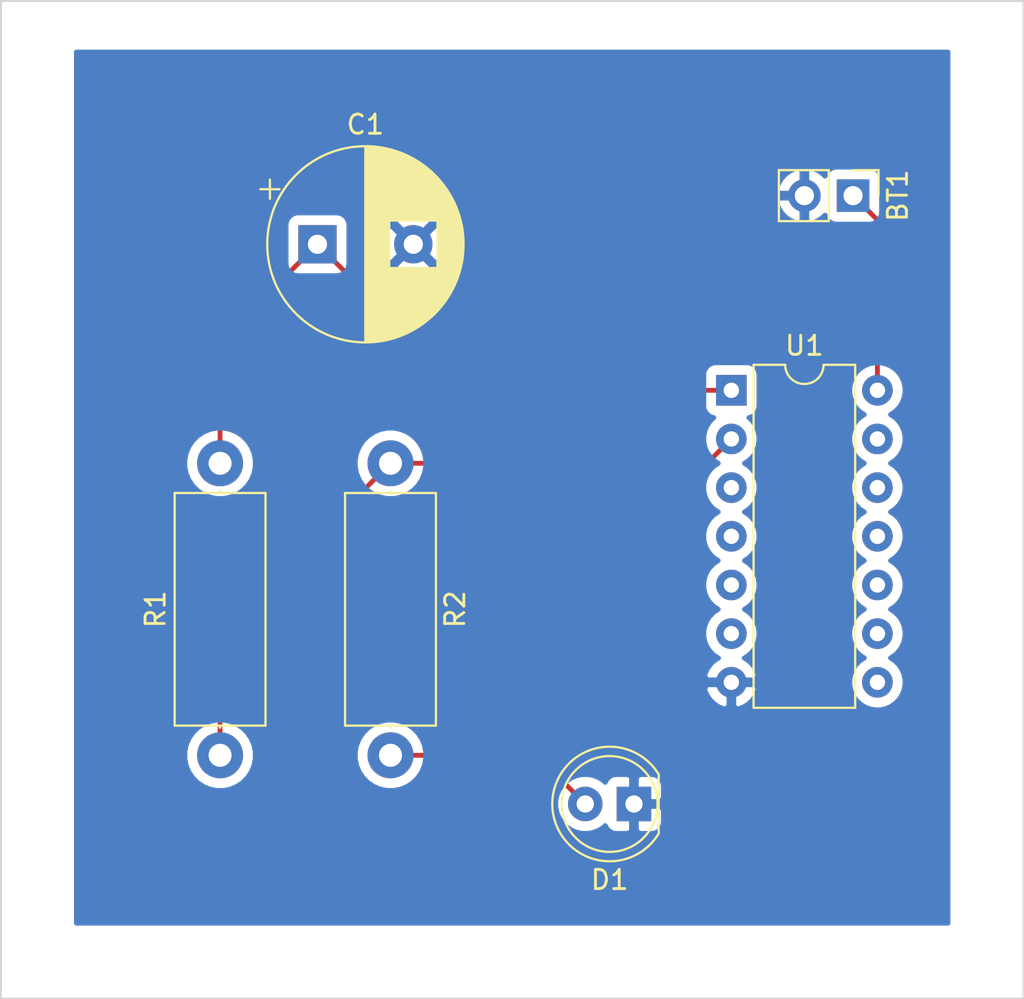
<source format=kicad_pcb>
(kicad_pcb (version 20171130) (host pcbnew "(5.1.9)-1")

  (general
    (thickness 1.6)
    (drawings 4)
    (tracks 12)
    (zones 0)
    (modules 6)
    (nets 6)
  )

  (page A4)
  (layers
    (0 F.Cu signal)
    (31 B.Cu signal)
    (32 B.Adhes user)
    (33 F.Adhes user)
    (34 B.Paste user)
    (35 F.Paste user)
    (36 B.SilkS user)
    (37 F.SilkS user)
    (38 B.Mask user)
    (39 F.Mask user)
    (40 Dwgs.User user)
    (41 Cmts.User user)
    (42 Eco1.User user)
    (43 Eco2.User user)
    (44 Edge.Cuts user)
    (45 Margin user)
    (46 B.CrtYd user)
    (47 F.CrtYd user)
    (48 B.Fab user)
    (49 F.Fab user)
  )

  (setup
    (last_trace_width 0.25)
    (trace_clearance 0.2)
    (zone_clearance 0.508)
    (zone_45_only no)
    (trace_min 0.2)
    (via_size 0.8)
    (via_drill 0.4)
    (via_min_size 0.4)
    (via_min_drill 0.3)
    (uvia_size 0.3)
    (uvia_drill 0.1)
    (uvias_allowed no)
    (uvia_min_size 0.2)
    (uvia_min_drill 0.1)
    (edge_width 0.05)
    (segment_width 0.2)
    (pcb_text_width 0.3)
    (pcb_text_size 1.5 1.5)
    (mod_edge_width 0.12)
    (mod_text_size 1 1)
    (mod_text_width 0.15)
    (pad_size 1.524 1.524)
    (pad_drill 0.762)
    (pad_to_mask_clearance 0)
    (aux_axis_origin 0 0)
    (visible_elements 7FFFFFFF)
    (pcbplotparams
      (layerselection 0x010fc_ffffffff)
      (usegerberextensions false)
      (usegerberattributes true)
      (usegerberadvancedattributes true)
      (creategerberjobfile true)
      (excludeedgelayer true)
      (linewidth 0.100000)
      (plotframeref false)
      (viasonmask false)
      (mode 1)
      (useauxorigin false)
      (hpglpennumber 1)
      (hpglpenspeed 20)
      (hpglpendiameter 15.000000)
      (psnegative false)
      (psa4output false)
      (plotreference true)
      (plotvalue true)
      (plotinvisibletext false)
      (padsonsilk false)
      (subtractmaskfromsilk false)
      (outputformat 1)
      (mirror false)
      (drillshape 1)
      (scaleselection 1)
      (outputdirectory ""))
  )

  (net 0 "")
  (net 1 "Net-(BT1-Pad1)")
  (net 2 "Net-(D1-Pad2)")
  (net 3 GND)
  (net 4 "Net-(C1-Pad1)")
  (net 5 "Net-(R1-Pad1)")

  (net_class Default "This is the default net class."
    (clearance 0.2)
    (trace_width 0.25)
    (via_dia 0.8)
    (via_drill 0.4)
    (uvia_dia 0.3)
    (uvia_drill 0.1)
    (add_net GND)
    (add_net "Net-(BT1-Pad1)")
    (add_net "Net-(C1-Pad1)")
    (add_net "Net-(D1-Pad2)")
    (add_net "Net-(R1-Pad1)")
  )

  (module Package_DIP:DIP-14_W7.62mm (layer F.Cu) (tedit 5A02E8C5) (tstamp 607BFBB9)
    (at 113.03 114.3)
    (descr "14-lead though-hole mounted DIP package, row spacing 7.62 mm (300 mils)")
    (tags "THT DIP DIL PDIP 2.54mm 7.62mm 300mil")
    (path /607C7A69)
    (fp_text reference U1 (at 3.81 -2.33) (layer F.SilkS)
      (effects (font (size 1 1) (thickness 0.15)))
    )
    (fp_text value 74HC14 (at 3.81 17.57) (layer F.Fab)
      (effects (font (size 1 1) (thickness 0.15)))
    )
    (fp_text user %R (at 3.81 7.62) (layer F.Fab)
      (effects (font (size 1 1) (thickness 0.15)))
    )
    (fp_arc (start 3.81 -1.33) (end 2.81 -1.33) (angle -180) (layer F.SilkS) (width 0.12))
    (fp_line (start 1.635 -1.27) (end 6.985 -1.27) (layer F.Fab) (width 0.1))
    (fp_line (start 6.985 -1.27) (end 6.985 16.51) (layer F.Fab) (width 0.1))
    (fp_line (start 6.985 16.51) (end 0.635 16.51) (layer F.Fab) (width 0.1))
    (fp_line (start 0.635 16.51) (end 0.635 -0.27) (layer F.Fab) (width 0.1))
    (fp_line (start 0.635 -0.27) (end 1.635 -1.27) (layer F.Fab) (width 0.1))
    (fp_line (start 2.81 -1.33) (end 1.16 -1.33) (layer F.SilkS) (width 0.12))
    (fp_line (start 1.16 -1.33) (end 1.16 16.57) (layer F.SilkS) (width 0.12))
    (fp_line (start 1.16 16.57) (end 6.46 16.57) (layer F.SilkS) (width 0.12))
    (fp_line (start 6.46 16.57) (end 6.46 -1.33) (layer F.SilkS) (width 0.12))
    (fp_line (start 6.46 -1.33) (end 4.81 -1.33) (layer F.SilkS) (width 0.12))
    (fp_line (start -1.1 -1.55) (end -1.1 16.8) (layer F.CrtYd) (width 0.05))
    (fp_line (start -1.1 16.8) (end 8.7 16.8) (layer F.CrtYd) (width 0.05))
    (fp_line (start 8.7 16.8) (end 8.7 -1.55) (layer F.CrtYd) (width 0.05))
    (fp_line (start 8.7 -1.55) (end -1.1 -1.55) (layer F.CrtYd) (width 0.05))
    (pad 14 thru_hole oval (at 7.62 0) (size 1.6 1.6) (drill 0.8) (layers *.Cu *.Mask)
      (net 1 "Net-(BT1-Pad1)"))
    (pad 7 thru_hole oval (at 0 15.24) (size 1.6 1.6) (drill 0.8) (layers *.Cu *.Mask)
      (net 3 GND))
    (pad 13 thru_hole oval (at 7.62 2.54) (size 1.6 1.6) (drill 0.8) (layers *.Cu *.Mask))
    (pad 6 thru_hole oval (at 0 12.7) (size 1.6 1.6) (drill 0.8) (layers *.Cu *.Mask))
    (pad 12 thru_hole oval (at 7.62 5.08) (size 1.6 1.6) (drill 0.8) (layers *.Cu *.Mask))
    (pad 5 thru_hole oval (at 0 10.16) (size 1.6 1.6) (drill 0.8) (layers *.Cu *.Mask))
    (pad 11 thru_hole oval (at 7.62 7.62) (size 1.6 1.6) (drill 0.8) (layers *.Cu *.Mask))
    (pad 4 thru_hole oval (at 0 7.62) (size 1.6 1.6) (drill 0.8) (layers *.Cu *.Mask))
    (pad 10 thru_hole oval (at 7.62 10.16) (size 1.6 1.6) (drill 0.8) (layers *.Cu *.Mask))
    (pad 3 thru_hole oval (at 0 5.08) (size 1.6 1.6) (drill 0.8) (layers *.Cu *.Mask))
    (pad 9 thru_hole oval (at 7.62 12.7) (size 1.6 1.6) (drill 0.8) (layers *.Cu *.Mask))
    (pad 2 thru_hole oval (at 0 2.54) (size 1.6 1.6) (drill 0.8) (layers *.Cu *.Mask)
      (net 5 "Net-(R1-Pad1)"))
    (pad 8 thru_hole oval (at 7.62 15.24) (size 1.6 1.6) (drill 0.8) (layers *.Cu *.Mask))
    (pad 1 thru_hole rect (at 0 0) (size 1.6 1.6) (drill 0.8) (layers *.Cu *.Mask)
      (net 4 "Net-(C1-Pad1)"))
    (model ${KISYS3DMOD}/Package_DIP.3dshapes/DIP-14_W7.62mm.wrl
      (at (xyz 0 0 0))
      (scale (xyz 1 1 1))
      (rotate (xyz 0 0 0))
    )
  )

  (module Resistor_THT:R_Axial_DIN0414_L11.9mm_D4.5mm_P15.24mm_Horizontal (layer F.Cu) (tedit 5AE5139B) (tstamp 607BFB97)
    (at 95.25 118.11 270)
    (descr "Resistor, Axial_DIN0414 series, Axial, Horizontal, pin pitch=15.24mm, 2W, length*diameter=11.9*4.5mm^2, http://www.vishay.com/docs/20128/wkxwrx.pdf")
    (tags "Resistor Axial_DIN0414 series Axial Horizontal pin pitch 15.24mm 2W length 11.9mm diameter 4.5mm")
    (path /607CA5B1)
    (fp_text reference R2 (at 7.62 -3.37 90) (layer F.SilkS)
      (effects (font (size 1 1) (thickness 0.15)))
    )
    (fp_text value 470 (at 7.62 3.37 90) (layer F.Fab)
      (effects (font (size 1 1) (thickness 0.15)))
    )
    (fp_text user %R (at 7.62 0 90) (layer F.Fab)
      (effects (font (size 1 1) (thickness 0.15)))
    )
    (fp_line (start 1.67 -2.25) (end 1.67 2.25) (layer F.Fab) (width 0.1))
    (fp_line (start 1.67 2.25) (end 13.57 2.25) (layer F.Fab) (width 0.1))
    (fp_line (start 13.57 2.25) (end 13.57 -2.25) (layer F.Fab) (width 0.1))
    (fp_line (start 13.57 -2.25) (end 1.67 -2.25) (layer F.Fab) (width 0.1))
    (fp_line (start 0 0) (end 1.67 0) (layer F.Fab) (width 0.1))
    (fp_line (start 15.24 0) (end 13.57 0) (layer F.Fab) (width 0.1))
    (fp_line (start 1.55 -2.37) (end 1.55 2.37) (layer F.SilkS) (width 0.12))
    (fp_line (start 1.55 2.37) (end 13.69 2.37) (layer F.SilkS) (width 0.12))
    (fp_line (start 13.69 2.37) (end 13.69 -2.37) (layer F.SilkS) (width 0.12))
    (fp_line (start 13.69 -2.37) (end 1.55 -2.37) (layer F.SilkS) (width 0.12))
    (fp_line (start 1.44 0) (end 1.55 0) (layer F.SilkS) (width 0.12))
    (fp_line (start 13.8 0) (end 13.69 0) (layer F.SilkS) (width 0.12))
    (fp_line (start -1.45 -2.5) (end -1.45 2.5) (layer F.CrtYd) (width 0.05))
    (fp_line (start -1.45 2.5) (end 16.69 2.5) (layer F.CrtYd) (width 0.05))
    (fp_line (start 16.69 2.5) (end 16.69 -2.5) (layer F.CrtYd) (width 0.05))
    (fp_line (start 16.69 -2.5) (end -1.45 -2.5) (layer F.CrtYd) (width 0.05))
    (pad 2 thru_hole oval (at 15.24 0 270) (size 2.4 2.4) (drill 1.2) (layers *.Cu *.Mask)
      (net 2 "Net-(D1-Pad2)"))
    (pad 1 thru_hole circle (at 0 0 270) (size 2.4 2.4) (drill 1.2) (layers *.Cu *.Mask)
      (net 5 "Net-(R1-Pad1)"))
    (model ${KISYS3DMOD}/Resistor_THT.3dshapes/R_Axial_DIN0414_L11.9mm_D4.5mm_P15.24mm_Horizontal.wrl
      (at (xyz 0 0 0))
      (scale (xyz 1 1 1))
      (rotate (xyz 0 0 0))
    )
  )

  (module Resistor_THT:R_Axial_DIN0414_L11.9mm_D4.5mm_P15.24mm_Horizontal (layer F.Cu) (tedit 5AE5139B) (tstamp 607BFB80)
    (at 86.36 133.35 90)
    (descr "Resistor, Axial_DIN0414 series, Axial, Horizontal, pin pitch=15.24mm, 2W, length*diameter=11.9*4.5mm^2, http://www.vishay.com/docs/20128/wkxwrx.pdf")
    (tags "Resistor Axial_DIN0414 series Axial Horizontal pin pitch 15.24mm 2W length 11.9mm diameter 4.5mm")
    (path /607C9D4C)
    (fp_text reference R1 (at 7.62 -3.37 90) (layer F.SilkS)
      (effects (font (size 1 1) (thickness 0.15)))
    )
    (fp_text value 10K (at 7.62 3.37 90) (layer F.Fab)
      (effects (font (size 1 1) (thickness 0.15)))
    )
    (fp_text user %R (at 7.62 0 90) (layer F.Fab)
      (effects (font (size 1 1) (thickness 0.15)))
    )
    (fp_line (start 1.67 -2.25) (end 1.67 2.25) (layer F.Fab) (width 0.1))
    (fp_line (start 1.67 2.25) (end 13.57 2.25) (layer F.Fab) (width 0.1))
    (fp_line (start 13.57 2.25) (end 13.57 -2.25) (layer F.Fab) (width 0.1))
    (fp_line (start 13.57 -2.25) (end 1.67 -2.25) (layer F.Fab) (width 0.1))
    (fp_line (start 0 0) (end 1.67 0) (layer F.Fab) (width 0.1))
    (fp_line (start 15.24 0) (end 13.57 0) (layer F.Fab) (width 0.1))
    (fp_line (start 1.55 -2.37) (end 1.55 2.37) (layer F.SilkS) (width 0.12))
    (fp_line (start 1.55 2.37) (end 13.69 2.37) (layer F.SilkS) (width 0.12))
    (fp_line (start 13.69 2.37) (end 13.69 -2.37) (layer F.SilkS) (width 0.12))
    (fp_line (start 13.69 -2.37) (end 1.55 -2.37) (layer F.SilkS) (width 0.12))
    (fp_line (start 1.44 0) (end 1.55 0) (layer F.SilkS) (width 0.12))
    (fp_line (start 13.8 0) (end 13.69 0) (layer F.SilkS) (width 0.12))
    (fp_line (start -1.45 -2.5) (end -1.45 2.5) (layer F.CrtYd) (width 0.05))
    (fp_line (start -1.45 2.5) (end 16.69 2.5) (layer F.CrtYd) (width 0.05))
    (fp_line (start 16.69 2.5) (end 16.69 -2.5) (layer F.CrtYd) (width 0.05))
    (fp_line (start 16.69 -2.5) (end -1.45 -2.5) (layer F.CrtYd) (width 0.05))
    (pad 2 thru_hole oval (at 15.24 0 90) (size 2.4 2.4) (drill 1.2) (layers *.Cu *.Mask)
      (net 4 "Net-(C1-Pad1)"))
    (pad 1 thru_hole circle (at 0 0 90) (size 2.4 2.4) (drill 1.2) (layers *.Cu *.Mask)
      (net 5 "Net-(R1-Pad1)"))
    (model ${KISYS3DMOD}/Resistor_THT.3dshapes/R_Axial_DIN0414_L11.9mm_D4.5mm_P15.24mm_Horizontal.wrl
      (at (xyz 0 0 0))
      (scale (xyz 1 1 1))
      (rotate (xyz 0 0 0))
    )
  )

  (module LED_THT:LED_D5.0mm (layer F.Cu) (tedit 5995936A) (tstamp 607BFB69)
    (at 107.95 135.89 180)
    (descr "LED, diameter 5.0mm, 2 pins, http://cdn-reichelt.de/documents/datenblatt/A500/LL-504BC2E-009.pdf")
    (tags "LED diameter 5.0mm 2 pins")
    (path /607CADBB)
    (fp_text reference D1 (at 1.27 -3.96) (layer F.SilkS)
      (effects (font (size 1 1) (thickness 0.15)))
    )
    (fp_text value LED (at 1.27 3.96) (layer F.Fab)
      (effects (font (size 1 1) (thickness 0.15)))
    )
    (fp_text user %R (at 1.25 0) (layer F.Fab)
      (effects (font (size 0.8 0.8) (thickness 0.2)))
    )
    (fp_arc (start 1.27 0) (end -1.29 1.54483) (angle -148.9) (layer F.SilkS) (width 0.12))
    (fp_arc (start 1.27 0) (end -1.29 -1.54483) (angle 148.9) (layer F.SilkS) (width 0.12))
    (fp_arc (start 1.27 0) (end -1.23 -1.469694) (angle 299.1) (layer F.Fab) (width 0.1))
    (fp_circle (center 1.27 0) (end 3.77 0) (layer F.Fab) (width 0.1))
    (fp_circle (center 1.27 0) (end 3.77 0) (layer F.SilkS) (width 0.12))
    (fp_line (start -1.23 -1.469694) (end -1.23 1.469694) (layer F.Fab) (width 0.1))
    (fp_line (start -1.29 -1.545) (end -1.29 1.545) (layer F.SilkS) (width 0.12))
    (fp_line (start -1.95 -3.25) (end -1.95 3.25) (layer F.CrtYd) (width 0.05))
    (fp_line (start -1.95 3.25) (end 4.5 3.25) (layer F.CrtYd) (width 0.05))
    (fp_line (start 4.5 3.25) (end 4.5 -3.25) (layer F.CrtYd) (width 0.05))
    (fp_line (start 4.5 -3.25) (end -1.95 -3.25) (layer F.CrtYd) (width 0.05))
    (pad 2 thru_hole circle (at 2.54 0 180) (size 1.8 1.8) (drill 0.9) (layers *.Cu *.Mask)
      (net 2 "Net-(D1-Pad2)"))
    (pad 1 thru_hole rect (at 0 0 180) (size 1.8 1.8) (drill 0.9) (layers *.Cu *.Mask)
      (net 3 GND))
    (model ${KISYS3DMOD}/LED_THT.3dshapes/LED_D5.0mm.wrl
      (at (xyz 0 0 0))
      (scale (xyz 1 1 1))
      (rotate (xyz 0 0 0))
    )
  )

  (module Capacitor_THT:CP_Radial_D10.0mm_P5.00mm (layer F.Cu) (tedit 5AE50EF1) (tstamp 607BFB57)
    (at 91.44 106.68)
    (descr "CP, Radial series, Radial, pin pitch=5.00mm, , diameter=10mm, Electrolytic Capacitor")
    (tags "CP Radial series Radial pin pitch 5.00mm  diameter 10mm Electrolytic Capacitor")
    (path /607CBA90)
    (fp_text reference C1 (at 2.5 -6.25) (layer F.SilkS)
      (effects (font (size 1 1) (thickness 0.15)))
    )
    (fp_text value 100µ (at 2.5 6.25) (layer F.Fab)
      (effects (font (size 1 1) (thickness 0.15)))
    )
    (fp_text user %R (at 2.5 0) (layer F.Fab)
      (effects (font (size 1 1) (thickness 0.15)))
    )
    (fp_circle (center 2.5 0) (end 7.5 0) (layer F.Fab) (width 0.1))
    (fp_circle (center 2.5 0) (end 7.62 0) (layer F.SilkS) (width 0.12))
    (fp_circle (center 2.5 0) (end 7.75 0) (layer F.CrtYd) (width 0.05))
    (fp_line (start -1.788861 -2.1875) (end -0.788861 -2.1875) (layer F.Fab) (width 0.1))
    (fp_line (start -1.288861 -2.6875) (end -1.288861 -1.6875) (layer F.Fab) (width 0.1))
    (fp_line (start 2.5 -5.08) (end 2.5 5.08) (layer F.SilkS) (width 0.12))
    (fp_line (start 2.54 -5.08) (end 2.54 5.08) (layer F.SilkS) (width 0.12))
    (fp_line (start 2.58 -5.08) (end 2.58 5.08) (layer F.SilkS) (width 0.12))
    (fp_line (start 2.62 -5.079) (end 2.62 5.079) (layer F.SilkS) (width 0.12))
    (fp_line (start 2.66 -5.078) (end 2.66 5.078) (layer F.SilkS) (width 0.12))
    (fp_line (start 2.7 -5.077) (end 2.7 5.077) (layer F.SilkS) (width 0.12))
    (fp_line (start 2.74 -5.075) (end 2.74 5.075) (layer F.SilkS) (width 0.12))
    (fp_line (start 2.78 -5.073) (end 2.78 5.073) (layer F.SilkS) (width 0.12))
    (fp_line (start 2.82 -5.07) (end 2.82 5.07) (layer F.SilkS) (width 0.12))
    (fp_line (start 2.86 -5.068) (end 2.86 5.068) (layer F.SilkS) (width 0.12))
    (fp_line (start 2.9 -5.065) (end 2.9 5.065) (layer F.SilkS) (width 0.12))
    (fp_line (start 2.94 -5.062) (end 2.94 5.062) (layer F.SilkS) (width 0.12))
    (fp_line (start 2.98 -5.058) (end 2.98 5.058) (layer F.SilkS) (width 0.12))
    (fp_line (start 3.02 -5.054) (end 3.02 5.054) (layer F.SilkS) (width 0.12))
    (fp_line (start 3.06 -5.05) (end 3.06 5.05) (layer F.SilkS) (width 0.12))
    (fp_line (start 3.1 -5.045) (end 3.1 5.045) (layer F.SilkS) (width 0.12))
    (fp_line (start 3.14 -5.04) (end 3.14 5.04) (layer F.SilkS) (width 0.12))
    (fp_line (start 3.18 -5.035) (end 3.18 5.035) (layer F.SilkS) (width 0.12))
    (fp_line (start 3.221 -5.03) (end 3.221 5.03) (layer F.SilkS) (width 0.12))
    (fp_line (start 3.261 -5.024) (end 3.261 5.024) (layer F.SilkS) (width 0.12))
    (fp_line (start 3.301 -5.018) (end 3.301 5.018) (layer F.SilkS) (width 0.12))
    (fp_line (start 3.341 -5.011) (end 3.341 5.011) (layer F.SilkS) (width 0.12))
    (fp_line (start 3.381 -5.004) (end 3.381 5.004) (layer F.SilkS) (width 0.12))
    (fp_line (start 3.421 -4.997) (end 3.421 4.997) (layer F.SilkS) (width 0.12))
    (fp_line (start 3.461 -4.99) (end 3.461 4.99) (layer F.SilkS) (width 0.12))
    (fp_line (start 3.501 -4.982) (end 3.501 4.982) (layer F.SilkS) (width 0.12))
    (fp_line (start 3.541 -4.974) (end 3.541 4.974) (layer F.SilkS) (width 0.12))
    (fp_line (start 3.581 -4.965) (end 3.581 4.965) (layer F.SilkS) (width 0.12))
    (fp_line (start 3.621 -4.956) (end 3.621 4.956) (layer F.SilkS) (width 0.12))
    (fp_line (start 3.661 -4.947) (end 3.661 4.947) (layer F.SilkS) (width 0.12))
    (fp_line (start 3.701 -4.938) (end 3.701 4.938) (layer F.SilkS) (width 0.12))
    (fp_line (start 3.741 -4.928) (end 3.741 4.928) (layer F.SilkS) (width 0.12))
    (fp_line (start 3.781 -4.918) (end 3.781 -1.241) (layer F.SilkS) (width 0.12))
    (fp_line (start 3.781 1.241) (end 3.781 4.918) (layer F.SilkS) (width 0.12))
    (fp_line (start 3.821 -4.907) (end 3.821 -1.241) (layer F.SilkS) (width 0.12))
    (fp_line (start 3.821 1.241) (end 3.821 4.907) (layer F.SilkS) (width 0.12))
    (fp_line (start 3.861 -4.897) (end 3.861 -1.241) (layer F.SilkS) (width 0.12))
    (fp_line (start 3.861 1.241) (end 3.861 4.897) (layer F.SilkS) (width 0.12))
    (fp_line (start 3.901 -4.885) (end 3.901 -1.241) (layer F.SilkS) (width 0.12))
    (fp_line (start 3.901 1.241) (end 3.901 4.885) (layer F.SilkS) (width 0.12))
    (fp_line (start 3.941 -4.874) (end 3.941 -1.241) (layer F.SilkS) (width 0.12))
    (fp_line (start 3.941 1.241) (end 3.941 4.874) (layer F.SilkS) (width 0.12))
    (fp_line (start 3.981 -4.862) (end 3.981 -1.241) (layer F.SilkS) (width 0.12))
    (fp_line (start 3.981 1.241) (end 3.981 4.862) (layer F.SilkS) (width 0.12))
    (fp_line (start 4.021 -4.85) (end 4.021 -1.241) (layer F.SilkS) (width 0.12))
    (fp_line (start 4.021 1.241) (end 4.021 4.85) (layer F.SilkS) (width 0.12))
    (fp_line (start 4.061 -4.837) (end 4.061 -1.241) (layer F.SilkS) (width 0.12))
    (fp_line (start 4.061 1.241) (end 4.061 4.837) (layer F.SilkS) (width 0.12))
    (fp_line (start 4.101 -4.824) (end 4.101 -1.241) (layer F.SilkS) (width 0.12))
    (fp_line (start 4.101 1.241) (end 4.101 4.824) (layer F.SilkS) (width 0.12))
    (fp_line (start 4.141 -4.811) (end 4.141 -1.241) (layer F.SilkS) (width 0.12))
    (fp_line (start 4.141 1.241) (end 4.141 4.811) (layer F.SilkS) (width 0.12))
    (fp_line (start 4.181 -4.797) (end 4.181 -1.241) (layer F.SilkS) (width 0.12))
    (fp_line (start 4.181 1.241) (end 4.181 4.797) (layer F.SilkS) (width 0.12))
    (fp_line (start 4.221 -4.783) (end 4.221 -1.241) (layer F.SilkS) (width 0.12))
    (fp_line (start 4.221 1.241) (end 4.221 4.783) (layer F.SilkS) (width 0.12))
    (fp_line (start 4.261 -4.768) (end 4.261 -1.241) (layer F.SilkS) (width 0.12))
    (fp_line (start 4.261 1.241) (end 4.261 4.768) (layer F.SilkS) (width 0.12))
    (fp_line (start 4.301 -4.754) (end 4.301 -1.241) (layer F.SilkS) (width 0.12))
    (fp_line (start 4.301 1.241) (end 4.301 4.754) (layer F.SilkS) (width 0.12))
    (fp_line (start 4.341 -4.738) (end 4.341 -1.241) (layer F.SilkS) (width 0.12))
    (fp_line (start 4.341 1.241) (end 4.341 4.738) (layer F.SilkS) (width 0.12))
    (fp_line (start 4.381 -4.723) (end 4.381 -1.241) (layer F.SilkS) (width 0.12))
    (fp_line (start 4.381 1.241) (end 4.381 4.723) (layer F.SilkS) (width 0.12))
    (fp_line (start 4.421 -4.707) (end 4.421 -1.241) (layer F.SilkS) (width 0.12))
    (fp_line (start 4.421 1.241) (end 4.421 4.707) (layer F.SilkS) (width 0.12))
    (fp_line (start 4.461 -4.69) (end 4.461 -1.241) (layer F.SilkS) (width 0.12))
    (fp_line (start 4.461 1.241) (end 4.461 4.69) (layer F.SilkS) (width 0.12))
    (fp_line (start 4.501 -4.674) (end 4.501 -1.241) (layer F.SilkS) (width 0.12))
    (fp_line (start 4.501 1.241) (end 4.501 4.674) (layer F.SilkS) (width 0.12))
    (fp_line (start 4.541 -4.657) (end 4.541 -1.241) (layer F.SilkS) (width 0.12))
    (fp_line (start 4.541 1.241) (end 4.541 4.657) (layer F.SilkS) (width 0.12))
    (fp_line (start 4.581 -4.639) (end 4.581 -1.241) (layer F.SilkS) (width 0.12))
    (fp_line (start 4.581 1.241) (end 4.581 4.639) (layer F.SilkS) (width 0.12))
    (fp_line (start 4.621 -4.621) (end 4.621 -1.241) (layer F.SilkS) (width 0.12))
    (fp_line (start 4.621 1.241) (end 4.621 4.621) (layer F.SilkS) (width 0.12))
    (fp_line (start 4.661 -4.603) (end 4.661 -1.241) (layer F.SilkS) (width 0.12))
    (fp_line (start 4.661 1.241) (end 4.661 4.603) (layer F.SilkS) (width 0.12))
    (fp_line (start 4.701 -4.584) (end 4.701 -1.241) (layer F.SilkS) (width 0.12))
    (fp_line (start 4.701 1.241) (end 4.701 4.584) (layer F.SilkS) (width 0.12))
    (fp_line (start 4.741 -4.564) (end 4.741 -1.241) (layer F.SilkS) (width 0.12))
    (fp_line (start 4.741 1.241) (end 4.741 4.564) (layer F.SilkS) (width 0.12))
    (fp_line (start 4.781 -4.545) (end 4.781 -1.241) (layer F.SilkS) (width 0.12))
    (fp_line (start 4.781 1.241) (end 4.781 4.545) (layer F.SilkS) (width 0.12))
    (fp_line (start 4.821 -4.525) (end 4.821 -1.241) (layer F.SilkS) (width 0.12))
    (fp_line (start 4.821 1.241) (end 4.821 4.525) (layer F.SilkS) (width 0.12))
    (fp_line (start 4.861 -4.504) (end 4.861 -1.241) (layer F.SilkS) (width 0.12))
    (fp_line (start 4.861 1.241) (end 4.861 4.504) (layer F.SilkS) (width 0.12))
    (fp_line (start 4.901 -4.483) (end 4.901 -1.241) (layer F.SilkS) (width 0.12))
    (fp_line (start 4.901 1.241) (end 4.901 4.483) (layer F.SilkS) (width 0.12))
    (fp_line (start 4.941 -4.462) (end 4.941 -1.241) (layer F.SilkS) (width 0.12))
    (fp_line (start 4.941 1.241) (end 4.941 4.462) (layer F.SilkS) (width 0.12))
    (fp_line (start 4.981 -4.44) (end 4.981 -1.241) (layer F.SilkS) (width 0.12))
    (fp_line (start 4.981 1.241) (end 4.981 4.44) (layer F.SilkS) (width 0.12))
    (fp_line (start 5.021 -4.417) (end 5.021 -1.241) (layer F.SilkS) (width 0.12))
    (fp_line (start 5.021 1.241) (end 5.021 4.417) (layer F.SilkS) (width 0.12))
    (fp_line (start 5.061 -4.395) (end 5.061 -1.241) (layer F.SilkS) (width 0.12))
    (fp_line (start 5.061 1.241) (end 5.061 4.395) (layer F.SilkS) (width 0.12))
    (fp_line (start 5.101 -4.371) (end 5.101 -1.241) (layer F.SilkS) (width 0.12))
    (fp_line (start 5.101 1.241) (end 5.101 4.371) (layer F.SilkS) (width 0.12))
    (fp_line (start 5.141 -4.347) (end 5.141 -1.241) (layer F.SilkS) (width 0.12))
    (fp_line (start 5.141 1.241) (end 5.141 4.347) (layer F.SilkS) (width 0.12))
    (fp_line (start 5.181 -4.323) (end 5.181 -1.241) (layer F.SilkS) (width 0.12))
    (fp_line (start 5.181 1.241) (end 5.181 4.323) (layer F.SilkS) (width 0.12))
    (fp_line (start 5.221 -4.298) (end 5.221 -1.241) (layer F.SilkS) (width 0.12))
    (fp_line (start 5.221 1.241) (end 5.221 4.298) (layer F.SilkS) (width 0.12))
    (fp_line (start 5.261 -4.273) (end 5.261 -1.241) (layer F.SilkS) (width 0.12))
    (fp_line (start 5.261 1.241) (end 5.261 4.273) (layer F.SilkS) (width 0.12))
    (fp_line (start 5.301 -4.247) (end 5.301 -1.241) (layer F.SilkS) (width 0.12))
    (fp_line (start 5.301 1.241) (end 5.301 4.247) (layer F.SilkS) (width 0.12))
    (fp_line (start 5.341 -4.221) (end 5.341 -1.241) (layer F.SilkS) (width 0.12))
    (fp_line (start 5.341 1.241) (end 5.341 4.221) (layer F.SilkS) (width 0.12))
    (fp_line (start 5.381 -4.194) (end 5.381 -1.241) (layer F.SilkS) (width 0.12))
    (fp_line (start 5.381 1.241) (end 5.381 4.194) (layer F.SilkS) (width 0.12))
    (fp_line (start 5.421 -4.166) (end 5.421 -1.241) (layer F.SilkS) (width 0.12))
    (fp_line (start 5.421 1.241) (end 5.421 4.166) (layer F.SilkS) (width 0.12))
    (fp_line (start 5.461 -4.138) (end 5.461 -1.241) (layer F.SilkS) (width 0.12))
    (fp_line (start 5.461 1.241) (end 5.461 4.138) (layer F.SilkS) (width 0.12))
    (fp_line (start 5.501 -4.11) (end 5.501 -1.241) (layer F.SilkS) (width 0.12))
    (fp_line (start 5.501 1.241) (end 5.501 4.11) (layer F.SilkS) (width 0.12))
    (fp_line (start 5.541 -4.08) (end 5.541 -1.241) (layer F.SilkS) (width 0.12))
    (fp_line (start 5.541 1.241) (end 5.541 4.08) (layer F.SilkS) (width 0.12))
    (fp_line (start 5.581 -4.05) (end 5.581 -1.241) (layer F.SilkS) (width 0.12))
    (fp_line (start 5.581 1.241) (end 5.581 4.05) (layer F.SilkS) (width 0.12))
    (fp_line (start 5.621 -4.02) (end 5.621 -1.241) (layer F.SilkS) (width 0.12))
    (fp_line (start 5.621 1.241) (end 5.621 4.02) (layer F.SilkS) (width 0.12))
    (fp_line (start 5.661 -3.989) (end 5.661 -1.241) (layer F.SilkS) (width 0.12))
    (fp_line (start 5.661 1.241) (end 5.661 3.989) (layer F.SilkS) (width 0.12))
    (fp_line (start 5.701 -3.957) (end 5.701 -1.241) (layer F.SilkS) (width 0.12))
    (fp_line (start 5.701 1.241) (end 5.701 3.957) (layer F.SilkS) (width 0.12))
    (fp_line (start 5.741 -3.925) (end 5.741 -1.241) (layer F.SilkS) (width 0.12))
    (fp_line (start 5.741 1.241) (end 5.741 3.925) (layer F.SilkS) (width 0.12))
    (fp_line (start 5.781 -3.892) (end 5.781 -1.241) (layer F.SilkS) (width 0.12))
    (fp_line (start 5.781 1.241) (end 5.781 3.892) (layer F.SilkS) (width 0.12))
    (fp_line (start 5.821 -3.858) (end 5.821 -1.241) (layer F.SilkS) (width 0.12))
    (fp_line (start 5.821 1.241) (end 5.821 3.858) (layer F.SilkS) (width 0.12))
    (fp_line (start 5.861 -3.824) (end 5.861 -1.241) (layer F.SilkS) (width 0.12))
    (fp_line (start 5.861 1.241) (end 5.861 3.824) (layer F.SilkS) (width 0.12))
    (fp_line (start 5.901 -3.789) (end 5.901 -1.241) (layer F.SilkS) (width 0.12))
    (fp_line (start 5.901 1.241) (end 5.901 3.789) (layer F.SilkS) (width 0.12))
    (fp_line (start 5.941 -3.753) (end 5.941 -1.241) (layer F.SilkS) (width 0.12))
    (fp_line (start 5.941 1.241) (end 5.941 3.753) (layer F.SilkS) (width 0.12))
    (fp_line (start 5.981 -3.716) (end 5.981 -1.241) (layer F.SilkS) (width 0.12))
    (fp_line (start 5.981 1.241) (end 5.981 3.716) (layer F.SilkS) (width 0.12))
    (fp_line (start 6.021 -3.679) (end 6.021 -1.241) (layer F.SilkS) (width 0.12))
    (fp_line (start 6.021 1.241) (end 6.021 3.679) (layer F.SilkS) (width 0.12))
    (fp_line (start 6.061 -3.64) (end 6.061 -1.241) (layer F.SilkS) (width 0.12))
    (fp_line (start 6.061 1.241) (end 6.061 3.64) (layer F.SilkS) (width 0.12))
    (fp_line (start 6.101 -3.601) (end 6.101 -1.241) (layer F.SilkS) (width 0.12))
    (fp_line (start 6.101 1.241) (end 6.101 3.601) (layer F.SilkS) (width 0.12))
    (fp_line (start 6.141 -3.561) (end 6.141 -1.241) (layer F.SilkS) (width 0.12))
    (fp_line (start 6.141 1.241) (end 6.141 3.561) (layer F.SilkS) (width 0.12))
    (fp_line (start 6.181 -3.52) (end 6.181 -1.241) (layer F.SilkS) (width 0.12))
    (fp_line (start 6.181 1.241) (end 6.181 3.52) (layer F.SilkS) (width 0.12))
    (fp_line (start 6.221 -3.478) (end 6.221 -1.241) (layer F.SilkS) (width 0.12))
    (fp_line (start 6.221 1.241) (end 6.221 3.478) (layer F.SilkS) (width 0.12))
    (fp_line (start 6.261 -3.436) (end 6.261 3.436) (layer F.SilkS) (width 0.12))
    (fp_line (start 6.301 -3.392) (end 6.301 3.392) (layer F.SilkS) (width 0.12))
    (fp_line (start 6.341 -3.347) (end 6.341 3.347) (layer F.SilkS) (width 0.12))
    (fp_line (start 6.381 -3.301) (end 6.381 3.301) (layer F.SilkS) (width 0.12))
    (fp_line (start 6.421 -3.254) (end 6.421 3.254) (layer F.SilkS) (width 0.12))
    (fp_line (start 6.461 -3.206) (end 6.461 3.206) (layer F.SilkS) (width 0.12))
    (fp_line (start 6.501 -3.156) (end 6.501 3.156) (layer F.SilkS) (width 0.12))
    (fp_line (start 6.541 -3.106) (end 6.541 3.106) (layer F.SilkS) (width 0.12))
    (fp_line (start 6.581 -3.054) (end 6.581 3.054) (layer F.SilkS) (width 0.12))
    (fp_line (start 6.621 -3) (end 6.621 3) (layer F.SilkS) (width 0.12))
    (fp_line (start 6.661 -2.945) (end 6.661 2.945) (layer F.SilkS) (width 0.12))
    (fp_line (start 6.701 -2.889) (end 6.701 2.889) (layer F.SilkS) (width 0.12))
    (fp_line (start 6.741 -2.83) (end 6.741 2.83) (layer F.SilkS) (width 0.12))
    (fp_line (start 6.781 -2.77) (end 6.781 2.77) (layer F.SilkS) (width 0.12))
    (fp_line (start 6.821 -2.709) (end 6.821 2.709) (layer F.SilkS) (width 0.12))
    (fp_line (start 6.861 -2.645) (end 6.861 2.645) (layer F.SilkS) (width 0.12))
    (fp_line (start 6.901 -2.579) (end 6.901 2.579) (layer F.SilkS) (width 0.12))
    (fp_line (start 6.941 -2.51) (end 6.941 2.51) (layer F.SilkS) (width 0.12))
    (fp_line (start 6.981 -2.439) (end 6.981 2.439) (layer F.SilkS) (width 0.12))
    (fp_line (start 7.021 -2.365) (end 7.021 2.365) (layer F.SilkS) (width 0.12))
    (fp_line (start 7.061 -2.289) (end 7.061 2.289) (layer F.SilkS) (width 0.12))
    (fp_line (start 7.101 -2.209) (end 7.101 2.209) (layer F.SilkS) (width 0.12))
    (fp_line (start 7.141 -2.125) (end 7.141 2.125) (layer F.SilkS) (width 0.12))
    (fp_line (start 7.181 -2.037) (end 7.181 2.037) (layer F.SilkS) (width 0.12))
    (fp_line (start 7.221 -1.944) (end 7.221 1.944) (layer F.SilkS) (width 0.12))
    (fp_line (start 7.261 -1.846) (end 7.261 1.846) (layer F.SilkS) (width 0.12))
    (fp_line (start 7.301 -1.742) (end 7.301 1.742) (layer F.SilkS) (width 0.12))
    (fp_line (start 7.341 -1.63) (end 7.341 1.63) (layer F.SilkS) (width 0.12))
    (fp_line (start 7.381 -1.51) (end 7.381 1.51) (layer F.SilkS) (width 0.12))
    (fp_line (start 7.421 -1.378) (end 7.421 1.378) (layer F.SilkS) (width 0.12))
    (fp_line (start 7.461 -1.23) (end 7.461 1.23) (layer F.SilkS) (width 0.12))
    (fp_line (start 7.501 -1.062) (end 7.501 1.062) (layer F.SilkS) (width 0.12))
    (fp_line (start 7.541 -0.862) (end 7.541 0.862) (layer F.SilkS) (width 0.12))
    (fp_line (start 7.581 -0.599) (end 7.581 0.599) (layer F.SilkS) (width 0.12))
    (fp_line (start -2.979646 -2.875) (end -1.979646 -2.875) (layer F.SilkS) (width 0.12))
    (fp_line (start -2.479646 -3.375) (end -2.479646 -2.375) (layer F.SilkS) (width 0.12))
    (pad 2 thru_hole circle (at 5 0) (size 2 2) (drill 1) (layers *.Cu *.Mask)
      (net 3 GND))
    (pad 1 thru_hole rect (at 0 0) (size 2 2) (drill 1) (layers *.Cu *.Mask)
      (net 4 "Net-(C1-Pad1)"))
    (model ${KISYS3DMOD}/Capacitor_THT.3dshapes/CP_Radial_D10.0mm_P5.00mm.wrl
      (at (xyz 0 0 0))
      (scale (xyz 1 1 1))
      (rotate (xyz 0 0 0))
    )
  )

  (module Connector_PinHeader_2.54mm:PinHeader_1x02_P2.54mm_Vertical (layer F.Cu) (tedit 59FED5CC) (tstamp 607BFA8B)
    (at 119.38 104.14 270)
    (descr "Through hole straight pin header, 1x02, 2.54mm pitch, single row")
    (tags "Through hole pin header THT 1x02 2.54mm single row")
    (path /607CC719)
    (fp_text reference BT1 (at 0 -2.33 90) (layer F.SilkS)
      (effects (font (size 1 1) (thickness 0.15)))
    )
    (fp_text value 9V (at 0 4.87 90) (layer F.Fab)
      (effects (font (size 1 1) (thickness 0.15)))
    )
    (fp_text user %R (at 0 1.27) (layer F.Fab)
      (effects (font (size 1 1) (thickness 0.15)))
    )
    (fp_line (start -0.635 -1.27) (end 1.27 -1.27) (layer F.Fab) (width 0.1))
    (fp_line (start 1.27 -1.27) (end 1.27 3.81) (layer F.Fab) (width 0.1))
    (fp_line (start 1.27 3.81) (end -1.27 3.81) (layer F.Fab) (width 0.1))
    (fp_line (start -1.27 3.81) (end -1.27 -0.635) (layer F.Fab) (width 0.1))
    (fp_line (start -1.27 -0.635) (end -0.635 -1.27) (layer F.Fab) (width 0.1))
    (fp_line (start -1.33 3.87) (end 1.33 3.87) (layer F.SilkS) (width 0.12))
    (fp_line (start -1.33 1.27) (end -1.33 3.87) (layer F.SilkS) (width 0.12))
    (fp_line (start 1.33 1.27) (end 1.33 3.87) (layer F.SilkS) (width 0.12))
    (fp_line (start -1.33 1.27) (end 1.33 1.27) (layer F.SilkS) (width 0.12))
    (fp_line (start -1.33 0) (end -1.33 -1.33) (layer F.SilkS) (width 0.12))
    (fp_line (start -1.33 -1.33) (end 0 -1.33) (layer F.SilkS) (width 0.12))
    (fp_line (start -1.8 -1.8) (end -1.8 4.35) (layer F.CrtYd) (width 0.05))
    (fp_line (start -1.8 4.35) (end 1.8 4.35) (layer F.CrtYd) (width 0.05))
    (fp_line (start 1.8 4.35) (end 1.8 -1.8) (layer F.CrtYd) (width 0.05))
    (fp_line (start 1.8 -1.8) (end -1.8 -1.8) (layer F.CrtYd) (width 0.05))
    (pad 2 thru_hole oval (at 0 2.54 270) (size 1.7 1.7) (drill 1) (layers *.Cu *.Mask)
      (net 3 GND))
    (pad 1 thru_hole rect (at 0 0 270) (size 1.7 1.7) (drill 1) (layers *.Cu *.Mask)
      (net 1 "Net-(BT1-Pad1)"))
    (model ${KISYS3DMOD}/Connector_PinHeader_2.54mm.3dshapes/PinHeader_1x02_P2.54mm_Vertical.wrl
      (at (xyz 0 0 0))
      (scale (xyz 1 1 1))
      (rotate (xyz 0 0 0))
    )
  )

  (gr_line (start 128.27 93.98) (end 128.27 146.05) (layer Edge.Cuts) (width 0.1))
  (gr_line (start 74.93 93.98) (end 128.27 93.98) (layer Edge.Cuts) (width 0.1))
  (gr_line (start 74.93 146.05) (end 74.93 93.98) (layer Edge.Cuts) (width 0.1))
  (gr_line (start 128.27 146.05) (end 74.93 146.05) (layer Edge.Cuts) (width 0.1))

  (segment (start 120.65 105.41) (end 119.38 104.14) (width 0.25) (layer F.Cu) (net 1))
  (segment (start 120.65 114.3) (end 120.65 105.41) (width 0.25) (layer F.Cu) (net 1))
  (segment (start 102.87 133.35) (end 105.41 135.89) (width 0.25) (layer F.Cu) (net 2))
  (segment (start 95.25 133.35) (end 102.87 133.35) (width 0.25) (layer F.Cu) (net 2))
  (segment (start 86.36 111.76) (end 91.44 106.68) (width 0.25) (layer F.Cu) (net 4))
  (segment (start 86.36 118.11) (end 86.36 111.76) (width 0.25) (layer F.Cu) (net 4))
  (segment (start 99.06 114.3) (end 113.03 114.3) (width 0.25) (layer F.Cu) (net 4))
  (segment (start 91.44 106.68) (end 99.06 114.3) (width 0.25) (layer F.Cu) (net 4))
  (segment (start 86.36 127) (end 95.25 118.11) (width 0.25) (layer F.Cu) (net 5))
  (segment (start 86.36 133.35) (end 86.36 127) (width 0.25) (layer F.Cu) (net 5))
  (segment (start 111.76 118.11) (end 113.03 116.84) (width 0.25) (layer F.Cu) (net 5))
  (segment (start 95.25 118.11) (end 111.76 118.11) (width 0.25) (layer F.Cu) (net 5))

  (zone (net 3) (net_name GND) (layer B.Cu) (tstamp 0) (hatch edge 0.508)
    (connect_pads (clearance 0.508))
    (min_thickness 0.254)
    (fill yes (arc_segments 32) (thermal_gap 0.508) (thermal_bridge_width 0.508))
    (polygon
      (pts
        (xy 124.46 142.24) (xy 78.74 142.24) (xy 78.74 96.52) (xy 124.46 96.52)
      )
    )
    (filled_polygon
      (pts
        (xy 124.333 142.113) (xy 78.867 142.113) (xy 78.867 135.738816) (xy 103.875 135.738816) (xy 103.875 136.041184)
        (xy 103.933989 136.337743) (xy 104.049701 136.617095) (xy 104.217688 136.868505) (xy 104.431495 137.082312) (xy 104.682905 137.250299)
        (xy 104.962257 137.366011) (xy 105.258816 137.425) (xy 105.561184 137.425) (xy 105.857743 137.366011) (xy 106.137095 137.250299)
        (xy 106.388505 137.082312) (xy 106.454944 137.015873) (xy 106.460498 137.03418) (xy 106.519463 137.144494) (xy 106.598815 137.241185)
        (xy 106.695506 137.320537) (xy 106.80582 137.379502) (xy 106.925518 137.415812) (xy 107.05 137.428072) (xy 107.66425 137.425)
        (xy 107.823 137.26625) (xy 107.823 136.017) (xy 108.077 136.017) (xy 108.077 137.26625) (xy 108.23575 137.425)
        (xy 108.85 137.428072) (xy 108.974482 137.415812) (xy 109.09418 137.379502) (xy 109.204494 137.320537) (xy 109.301185 137.241185)
        (xy 109.380537 137.144494) (xy 109.439502 137.03418) (xy 109.475812 136.914482) (xy 109.488072 136.79) (xy 109.485 136.17575)
        (xy 109.32625 136.017) (xy 108.077 136.017) (xy 107.823 136.017) (xy 107.803 136.017) (xy 107.803 135.763)
        (xy 107.823 135.763) (xy 107.823 134.51375) (xy 108.077 134.51375) (xy 108.077 135.763) (xy 109.32625 135.763)
        (xy 109.485 135.60425) (xy 109.488072 134.99) (xy 109.475812 134.865518) (xy 109.439502 134.74582) (xy 109.380537 134.635506)
        (xy 109.301185 134.538815) (xy 109.204494 134.459463) (xy 109.09418 134.400498) (xy 108.974482 134.364188) (xy 108.85 134.351928)
        (xy 108.23575 134.355) (xy 108.077 134.51375) (xy 107.823 134.51375) (xy 107.66425 134.355) (xy 107.05 134.351928)
        (xy 106.925518 134.364188) (xy 106.80582 134.400498) (xy 106.695506 134.459463) (xy 106.598815 134.538815) (xy 106.519463 134.635506)
        (xy 106.460498 134.74582) (xy 106.454944 134.764127) (xy 106.388505 134.697688) (xy 106.137095 134.529701) (xy 105.857743 134.413989)
        (xy 105.561184 134.355) (xy 105.258816 134.355) (xy 104.962257 134.413989) (xy 104.682905 134.529701) (xy 104.431495 134.697688)
        (xy 104.217688 134.911495) (xy 104.049701 135.162905) (xy 103.933989 135.442257) (xy 103.875 135.738816) (xy 78.867 135.738816)
        (xy 78.867 133.169268) (xy 84.525 133.169268) (xy 84.525 133.530732) (xy 84.595518 133.88525) (xy 84.733844 134.219199)
        (xy 84.934662 134.519744) (xy 85.190256 134.775338) (xy 85.490801 134.976156) (xy 85.82475 135.114482) (xy 86.179268 135.185)
        (xy 86.540732 135.185) (xy 86.89525 135.114482) (xy 87.229199 134.976156) (xy 87.529744 134.775338) (xy 87.785338 134.519744)
        (xy 87.986156 134.219199) (xy 88.124482 133.88525) (xy 88.195 133.530732) (xy 88.195 133.169268) (xy 93.415 133.169268)
        (xy 93.415 133.530732) (xy 93.485518 133.88525) (xy 93.623844 134.219199) (xy 93.824662 134.519744) (xy 94.080256 134.775338)
        (xy 94.380801 134.976156) (xy 94.71475 135.114482) (xy 95.069268 135.185) (xy 95.430732 135.185) (xy 95.78525 135.114482)
        (xy 96.119199 134.976156) (xy 96.419744 134.775338) (xy 96.675338 134.519744) (xy 96.876156 134.219199) (xy 97.014482 133.88525)
        (xy 97.085 133.530732) (xy 97.085 133.169268) (xy 97.014482 132.81475) (xy 96.876156 132.480801) (xy 96.675338 132.180256)
        (xy 96.419744 131.924662) (xy 96.119199 131.723844) (xy 95.78525 131.585518) (xy 95.430732 131.515) (xy 95.069268 131.515)
        (xy 94.71475 131.585518) (xy 94.380801 131.723844) (xy 94.080256 131.924662) (xy 93.824662 132.180256) (xy 93.623844 132.480801)
        (xy 93.485518 132.81475) (xy 93.415 133.169268) (xy 88.195 133.169268) (xy 88.124482 132.81475) (xy 87.986156 132.480801)
        (xy 87.785338 132.180256) (xy 87.529744 131.924662) (xy 87.229199 131.723844) (xy 86.89525 131.585518) (xy 86.540732 131.515)
        (xy 86.179268 131.515) (xy 85.82475 131.585518) (xy 85.490801 131.723844) (xy 85.190256 131.924662) (xy 84.934662 132.180256)
        (xy 84.733844 132.480801) (xy 84.595518 132.81475) (xy 84.525 133.169268) (xy 78.867 133.169268) (xy 78.867 129.889039)
        (xy 111.638096 129.889039) (xy 111.678754 130.023087) (xy 111.798963 130.27742) (xy 111.966481 130.503414) (xy 112.174869 130.692385)
        (xy 112.416119 130.83707) (xy 112.68096 130.931909) (xy 112.903 130.810624) (xy 112.903 129.667) (xy 113.157 129.667)
        (xy 113.157 130.810624) (xy 113.37904 130.931909) (xy 113.643881 130.83707) (xy 113.885131 130.692385) (xy 114.093519 130.503414)
        (xy 114.261037 130.27742) (xy 114.381246 130.023087) (xy 114.421904 129.889039) (xy 114.299915 129.667) (xy 113.157 129.667)
        (xy 112.903 129.667) (xy 111.760085 129.667) (xy 111.638096 129.889039) (xy 78.867 129.889039) (xy 78.867 117.929268)
        (xy 84.525 117.929268) (xy 84.525 118.290732) (xy 84.595518 118.64525) (xy 84.733844 118.979199) (xy 84.934662 119.279744)
        (xy 85.190256 119.535338) (xy 85.490801 119.736156) (xy 85.82475 119.874482) (xy 86.179268 119.945) (xy 86.540732 119.945)
        (xy 86.89525 119.874482) (xy 87.229199 119.736156) (xy 87.529744 119.535338) (xy 87.785338 119.279744) (xy 87.986156 118.979199)
        (xy 88.124482 118.64525) (xy 88.195 118.290732) (xy 88.195 117.929268) (xy 93.415 117.929268) (xy 93.415 118.290732)
        (xy 93.485518 118.64525) (xy 93.623844 118.979199) (xy 93.824662 119.279744) (xy 94.080256 119.535338) (xy 94.380801 119.736156)
        (xy 94.71475 119.874482) (xy 95.069268 119.945) (xy 95.430732 119.945) (xy 95.78525 119.874482) (xy 96.119199 119.736156)
        (xy 96.419744 119.535338) (xy 96.675338 119.279744) (xy 96.876156 118.979199) (xy 97.014482 118.64525) (xy 97.085 118.290732)
        (xy 97.085 117.929268) (xy 97.014482 117.57475) (xy 96.876156 117.240801) (xy 96.675338 116.940256) (xy 96.419744 116.684662)
        (xy 96.119199 116.483844) (xy 95.78525 116.345518) (xy 95.430732 116.275) (xy 95.069268 116.275) (xy 94.71475 116.345518)
        (xy 94.380801 116.483844) (xy 94.080256 116.684662) (xy 93.824662 116.940256) (xy 93.623844 117.240801) (xy 93.485518 117.57475)
        (xy 93.415 117.929268) (xy 88.195 117.929268) (xy 88.124482 117.57475) (xy 87.986156 117.240801) (xy 87.785338 116.940256)
        (xy 87.529744 116.684662) (xy 87.229199 116.483844) (xy 86.89525 116.345518) (xy 86.540732 116.275) (xy 86.179268 116.275)
        (xy 85.82475 116.345518) (xy 85.490801 116.483844) (xy 85.190256 116.684662) (xy 84.934662 116.940256) (xy 84.733844 117.240801)
        (xy 84.595518 117.57475) (xy 84.525 117.929268) (xy 78.867 117.929268) (xy 78.867 113.5) (xy 111.591928 113.5)
        (xy 111.591928 115.1) (xy 111.604188 115.224482) (xy 111.640498 115.34418) (xy 111.699463 115.454494) (xy 111.778815 115.551185)
        (xy 111.875506 115.630537) (xy 111.98582 115.689502) (xy 112.105518 115.725812) (xy 112.113961 115.726643) (xy 111.915363 115.925241)
        (xy 111.75832 116.160273) (xy 111.650147 116.421426) (xy 111.595 116.698665) (xy 111.595 116.981335) (xy 111.650147 117.258574)
        (xy 111.75832 117.519727) (xy 111.915363 117.754759) (xy 112.115241 117.954637) (xy 112.347759 118.11) (xy 112.115241 118.265363)
        (xy 111.915363 118.465241) (xy 111.75832 118.700273) (xy 111.650147 118.961426) (xy 111.595 119.238665) (xy 111.595 119.521335)
        (xy 111.650147 119.798574) (xy 111.75832 120.059727) (xy 111.915363 120.294759) (xy 112.115241 120.494637) (xy 112.347759 120.65)
        (xy 112.115241 120.805363) (xy 111.915363 121.005241) (xy 111.75832 121.240273) (xy 111.650147 121.501426) (xy 111.595 121.778665)
        (xy 111.595 122.061335) (xy 111.650147 122.338574) (xy 111.75832 122.599727) (xy 111.915363 122.834759) (xy 112.115241 123.034637)
        (xy 112.347759 123.19) (xy 112.115241 123.345363) (xy 111.915363 123.545241) (xy 111.75832 123.780273) (xy 111.650147 124.041426)
        (xy 111.595 124.318665) (xy 111.595 124.601335) (xy 111.650147 124.878574) (xy 111.75832 125.139727) (xy 111.915363 125.374759)
        (xy 112.115241 125.574637) (xy 112.347759 125.73) (xy 112.115241 125.885363) (xy 111.915363 126.085241) (xy 111.75832 126.320273)
        (xy 111.650147 126.581426) (xy 111.595 126.858665) (xy 111.595 127.141335) (xy 111.650147 127.418574) (xy 111.75832 127.679727)
        (xy 111.915363 127.914759) (xy 112.115241 128.114637) (xy 112.350273 128.27168) (xy 112.360865 128.276067) (xy 112.174869 128.387615)
        (xy 111.966481 128.576586) (xy 111.798963 128.80258) (xy 111.678754 129.056913) (xy 111.638096 129.190961) (xy 111.760085 129.413)
        (xy 112.903 129.413) (xy 112.903 129.393) (xy 113.157 129.393) (xy 113.157 129.413) (xy 114.299915 129.413)
        (xy 114.421904 129.190961) (xy 114.381246 129.056913) (xy 114.261037 128.80258) (xy 114.093519 128.576586) (xy 113.885131 128.387615)
        (xy 113.699135 128.276067) (xy 113.709727 128.27168) (xy 113.944759 128.114637) (xy 114.144637 127.914759) (xy 114.30168 127.679727)
        (xy 114.409853 127.418574) (xy 114.465 127.141335) (xy 114.465 126.858665) (xy 114.409853 126.581426) (xy 114.30168 126.320273)
        (xy 114.144637 126.085241) (xy 113.944759 125.885363) (xy 113.712241 125.73) (xy 113.944759 125.574637) (xy 114.144637 125.374759)
        (xy 114.30168 125.139727) (xy 114.409853 124.878574) (xy 114.465 124.601335) (xy 114.465 124.318665) (xy 114.409853 124.041426)
        (xy 114.30168 123.780273) (xy 114.144637 123.545241) (xy 113.944759 123.345363) (xy 113.712241 123.19) (xy 113.944759 123.034637)
        (xy 114.144637 122.834759) (xy 114.30168 122.599727) (xy 114.409853 122.338574) (xy 114.465 122.061335) (xy 114.465 121.778665)
        (xy 114.409853 121.501426) (xy 114.30168 121.240273) (xy 114.144637 121.005241) (xy 113.944759 120.805363) (xy 113.712241 120.65)
        (xy 113.944759 120.494637) (xy 114.144637 120.294759) (xy 114.30168 120.059727) (xy 114.409853 119.798574) (xy 114.465 119.521335)
        (xy 114.465 119.238665) (xy 114.409853 118.961426) (xy 114.30168 118.700273) (xy 114.144637 118.465241) (xy 113.944759 118.265363)
        (xy 113.712241 118.11) (xy 113.944759 117.954637) (xy 114.144637 117.754759) (xy 114.30168 117.519727) (xy 114.409853 117.258574)
        (xy 114.465 116.981335) (xy 114.465 116.698665) (xy 114.409853 116.421426) (xy 114.30168 116.160273) (xy 114.144637 115.925241)
        (xy 113.946039 115.726643) (xy 113.954482 115.725812) (xy 114.07418 115.689502) (xy 114.184494 115.630537) (xy 114.281185 115.551185)
        (xy 114.360537 115.454494) (xy 114.419502 115.34418) (xy 114.455812 115.224482) (xy 114.468072 115.1) (xy 114.468072 114.158665)
        (xy 119.215 114.158665) (xy 119.215 114.441335) (xy 119.270147 114.718574) (xy 119.37832 114.979727) (xy 119.535363 115.214759)
        (xy 119.735241 115.414637) (xy 119.967759 115.57) (xy 119.735241 115.725363) (xy 119.535363 115.925241) (xy 119.37832 116.160273)
        (xy 119.270147 116.421426) (xy 119.215 116.698665) (xy 119.215 116.981335) (xy 119.270147 117.258574) (xy 119.37832 117.519727)
        (xy 119.535363 117.754759) (xy 119.735241 117.954637) (xy 119.967759 118.11) (xy 119.735241 118.265363) (xy 119.535363 118.465241)
        (xy 119.37832 118.700273) (xy 119.270147 118.961426) (xy 119.215 119.238665) (xy 119.215 119.521335) (xy 119.270147 119.798574)
        (xy 119.37832 120.059727) (xy 119.535363 120.294759) (xy 119.735241 120.494637) (xy 119.967759 120.65) (xy 119.735241 120.805363)
        (xy 119.535363 121.005241) (xy 119.37832 121.240273) (xy 119.270147 121.501426) (xy 119.215 121.778665) (xy 119.215 122.061335)
        (xy 119.270147 122.338574) (xy 119.37832 122.599727) (xy 119.535363 122.834759) (xy 119.735241 123.034637) (xy 119.967759 123.19)
        (xy 119.735241 123.345363) (xy 119.535363 123.545241) (xy 119.37832 123.780273) (xy 119.270147 124.041426) (xy 119.215 124.318665)
        (xy 119.215 124.601335) (xy 119.270147 124.878574) (xy 119.37832 125.139727) (xy 119.535363 125.374759) (xy 119.735241 125.574637)
        (xy 119.967759 125.73) (xy 119.735241 125.885363) (xy 119.535363 126.085241) (xy 119.37832 126.320273) (xy 119.270147 126.581426)
        (xy 119.215 126.858665) (xy 119.215 127.141335) (xy 119.270147 127.418574) (xy 119.37832 127.679727) (xy 119.535363 127.914759)
        (xy 119.735241 128.114637) (xy 119.967759 128.27) (xy 119.735241 128.425363) (xy 119.535363 128.625241) (xy 119.37832 128.860273)
        (xy 119.270147 129.121426) (xy 119.215 129.398665) (xy 119.215 129.681335) (xy 119.270147 129.958574) (xy 119.37832 130.219727)
        (xy 119.535363 130.454759) (xy 119.735241 130.654637) (xy 119.970273 130.81168) (xy 120.231426 130.919853) (xy 120.508665 130.975)
        (xy 120.791335 130.975) (xy 121.068574 130.919853) (xy 121.329727 130.81168) (xy 121.564759 130.654637) (xy 121.764637 130.454759)
        (xy 121.92168 130.219727) (xy 122.029853 129.958574) (xy 122.085 129.681335) (xy 122.085 129.398665) (xy 122.029853 129.121426)
        (xy 121.92168 128.860273) (xy 121.764637 128.625241) (xy 121.564759 128.425363) (xy 121.332241 128.27) (xy 121.564759 128.114637)
        (xy 121.764637 127.914759) (xy 121.92168 127.679727) (xy 122.029853 127.418574) (xy 122.085 127.141335) (xy 122.085 126.858665)
        (xy 122.029853 126.581426) (xy 121.92168 126.320273) (xy 121.764637 126.085241) (xy 121.564759 125.885363) (xy 121.332241 125.73)
        (xy 121.564759 125.574637) (xy 121.764637 125.374759) (xy 121.92168 125.139727) (xy 122.029853 124.878574) (xy 122.085 124.601335)
        (xy 122.085 124.318665) (xy 122.029853 124.041426) (xy 121.92168 123.780273) (xy 121.764637 123.545241) (xy 121.564759 123.345363)
        (xy 121.332241 123.19) (xy 121.564759 123.034637) (xy 121.764637 122.834759) (xy 121.92168 122.599727) (xy 122.029853 122.338574)
        (xy 122.085 122.061335) (xy 122.085 121.778665) (xy 122.029853 121.501426) (xy 121.92168 121.240273) (xy 121.764637 121.005241)
        (xy 121.564759 120.805363) (xy 121.332241 120.65) (xy 121.564759 120.494637) (xy 121.764637 120.294759) (xy 121.92168 120.059727)
        (xy 122.029853 119.798574) (xy 122.085 119.521335) (xy 122.085 119.238665) (xy 122.029853 118.961426) (xy 121.92168 118.700273)
        (xy 121.764637 118.465241) (xy 121.564759 118.265363) (xy 121.332241 118.11) (xy 121.564759 117.954637) (xy 121.764637 117.754759)
        (xy 121.92168 117.519727) (xy 122.029853 117.258574) (xy 122.085 116.981335) (xy 122.085 116.698665) (xy 122.029853 116.421426)
        (xy 121.92168 116.160273) (xy 121.764637 115.925241) (xy 121.564759 115.725363) (xy 121.332241 115.57) (xy 121.564759 115.414637)
        (xy 121.764637 115.214759) (xy 121.92168 114.979727) (xy 122.029853 114.718574) (xy 122.085 114.441335) (xy 122.085 114.158665)
        (xy 122.029853 113.881426) (xy 121.92168 113.620273) (xy 121.764637 113.385241) (xy 121.564759 113.185363) (xy 121.329727 113.02832)
        (xy 121.068574 112.920147) (xy 120.791335 112.865) (xy 120.508665 112.865) (xy 120.231426 112.920147) (xy 119.970273 113.02832)
        (xy 119.735241 113.185363) (xy 119.535363 113.385241) (xy 119.37832 113.620273) (xy 119.270147 113.881426) (xy 119.215 114.158665)
        (xy 114.468072 114.158665) (xy 114.468072 113.5) (xy 114.455812 113.375518) (xy 114.419502 113.25582) (xy 114.360537 113.145506)
        (xy 114.281185 113.048815) (xy 114.184494 112.969463) (xy 114.07418 112.910498) (xy 113.954482 112.874188) (xy 113.83 112.861928)
        (xy 112.23 112.861928) (xy 112.105518 112.874188) (xy 111.98582 112.910498) (xy 111.875506 112.969463) (xy 111.778815 113.048815)
        (xy 111.699463 113.145506) (xy 111.640498 113.25582) (xy 111.604188 113.375518) (xy 111.591928 113.5) (xy 78.867 113.5)
        (xy 78.867 105.68) (xy 89.801928 105.68) (xy 89.801928 107.68) (xy 89.814188 107.804482) (xy 89.850498 107.92418)
        (xy 89.909463 108.034494) (xy 89.988815 108.131185) (xy 90.085506 108.210537) (xy 90.19582 108.269502) (xy 90.315518 108.305812)
        (xy 90.44 108.318072) (xy 92.44 108.318072) (xy 92.564482 108.305812) (xy 92.68418 108.269502) (xy 92.794494 108.210537)
        (xy 92.891185 108.131185) (xy 92.970537 108.034494) (xy 93.029502 107.92418) (xy 93.062496 107.815413) (xy 95.484192 107.815413)
        (xy 95.579956 108.079814) (xy 95.869571 108.220704) (xy 96.181108 108.302384) (xy 96.502595 108.321718) (xy 96.821675 108.277961)
        (xy 97.126088 108.172795) (xy 97.300044 108.079814) (xy 97.395808 107.815413) (xy 96.44 106.859605) (xy 95.484192 107.815413)
        (xy 93.062496 107.815413) (xy 93.065812 107.804482) (xy 93.078072 107.68) (xy 93.078072 106.742595) (xy 94.798282 106.742595)
        (xy 94.842039 107.061675) (xy 94.947205 107.366088) (xy 95.040186 107.540044) (xy 95.304587 107.635808) (xy 96.260395 106.68)
        (xy 96.619605 106.68) (xy 97.575413 107.635808) (xy 97.839814 107.540044) (xy 97.980704 107.250429) (xy 98.062384 106.938892)
        (xy 98.081718 106.617405) (xy 98.037961 106.298325) (xy 97.932795 105.993912) (xy 97.839814 105.819956) (xy 97.575413 105.724192)
        (xy 96.619605 106.68) (xy 96.260395 106.68) (xy 95.304587 105.724192) (xy 95.040186 105.819956) (xy 94.899296 106.109571)
        (xy 94.817616 106.421108) (xy 94.798282 106.742595) (xy 93.078072 106.742595) (xy 93.078072 105.68) (xy 93.065812 105.555518)
        (xy 93.062497 105.544587) (xy 95.484192 105.544587) (xy 96.44 106.500395) (xy 97.395808 105.544587) (xy 97.300044 105.280186)
        (xy 97.010429 105.139296) (xy 96.698892 105.057616) (xy 96.377405 105.038282) (xy 96.058325 105.082039) (xy 95.753912 105.187205)
        (xy 95.579956 105.280186) (xy 95.484192 105.544587) (xy 93.062497 105.544587) (xy 93.029502 105.43582) (xy 92.970537 105.325506)
        (xy 92.891185 105.228815) (xy 92.794494 105.149463) (xy 92.68418 105.090498) (xy 92.564482 105.054188) (xy 92.44 105.041928)
        (xy 90.44 105.041928) (xy 90.315518 105.054188) (xy 90.19582 105.090498) (xy 90.085506 105.149463) (xy 89.988815 105.228815)
        (xy 89.909463 105.325506) (xy 89.850498 105.43582) (xy 89.814188 105.555518) (xy 89.801928 105.68) (xy 78.867 105.68)
        (xy 78.867 104.496891) (xy 115.398519 104.496891) (xy 115.495843 104.771252) (xy 115.644822 105.021355) (xy 115.839731 105.237588)
        (xy 116.07308 105.411641) (xy 116.335901 105.536825) (xy 116.48311 105.581476) (xy 116.713 105.460155) (xy 116.713 104.267)
        (xy 115.519186 104.267) (xy 115.398519 104.496891) (xy 78.867 104.496891) (xy 78.867 103.783109) (xy 115.398519 103.783109)
        (xy 115.519186 104.013) (xy 116.713 104.013) (xy 116.713 102.819845) (xy 116.967 102.819845) (xy 116.967 104.013)
        (xy 116.987 104.013) (xy 116.987 104.267) (xy 116.967 104.267) (xy 116.967 105.460155) (xy 117.19689 105.581476)
        (xy 117.344099 105.536825) (xy 117.60692 105.411641) (xy 117.840269 105.237588) (xy 117.916034 105.153534) (xy 117.940498 105.23418)
        (xy 117.999463 105.344494) (xy 118.078815 105.441185) (xy 118.175506 105.520537) (xy 118.28582 105.579502) (xy 118.405518 105.615812)
        (xy 118.53 105.628072) (xy 120.23 105.628072) (xy 120.354482 105.615812) (xy 120.47418 105.579502) (xy 120.584494 105.520537)
        (xy 120.681185 105.441185) (xy 120.760537 105.344494) (xy 120.819502 105.23418) (xy 120.855812 105.114482) (xy 120.868072 104.99)
        (xy 120.868072 103.29) (xy 120.855812 103.165518) (xy 120.819502 103.04582) (xy 120.760537 102.935506) (xy 120.681185 102.838815)
        (xy 120.584494 102.759463) (xy 120.47418 102.700498) (xy 120.354482 102.664188) (xy 120.23 102.651928) (xy 118.53 102.651928)
        (xy 118.405518 102.664188) (xy 118.28582 102.700498) (xy 118.175506 102.759463) (xy 118.078815 102.838815) (xy 117.999463 102.935506)
        (xy 117.940498 103.04582) (xy 117.916034 103.126466) (xy 117.840269 103.042412) (xy 117.60692 102.868359) (xy 117.344099 102.743175)
        (xy 117.19689 102.698524) (xy 116.967 102.819845) (xy 116.713 102.819845) (xy 116.48311 102.698524) (xy 116.335901 102.743175)
        (xy 116.07308 102.868359) (xy 115.839731 103.042412) (xy 115.644822 103.258645) (xy 115.495843 103.508748) (xy 115.398519 103.783109)
        (xy 78.867 103.783109) (xy 78.867 96.647) (xy 124.333 96.647)
      )
    )
  )
)

</source>
